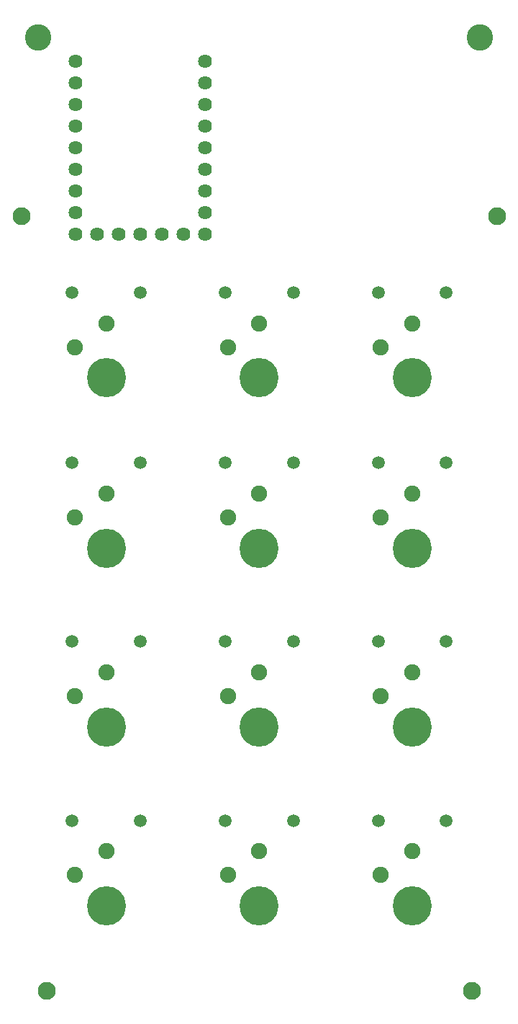
<source format=gts>
G04 Layer: TopSolderMaskLayer*
G04 EasyEDA v6.5.51, 2025-09-01 10:00:17*
G04 d25c321112d94009bea4b7554ae9d0e3,3c8b1c4139ec4bbbaae9228842dbec63,10*
G04 Gerber Generator version 0.2*
G04 Scale: 100 percent, Rotated: No, Reflected: No *
G04 Dimensions in millimeters *
G04 leading zeros omitted , absolute positions ,4 integer and 5 decimal *
%FSLAX45Y45*%
%MOMM*%

%ADD10C,1.6256*%
%ADD11C,1.5000*%
%ADD12C,1.9016*%
%ADD13C,4.6016*%
%ADD14C,3.1016*%
%ADD15C,2.1016*%
%ADD16C,0.0113*%

%LPD*%
D10*
G01*
X837996Y-684021D03*
G01*
X837996Y-938021D03*
G01*
X837996Y-1192021D03*
G01*
X837996Y-1446021D03*
G01*
X837996Y-1700021D03*
G01*
X837996Y-1954021D03*
G01*
X837996Y-2208021D03*
G01*
X837996Y-2462021D03*
G01*
X837996Y-2716021D03*
G01*
X1091996Y-2716021D03*
G01*
X2361996Y-938021D03*
G01*
X2107996Y-2716021D03*
G01*
X2361996Y-2716021D03*
G01*
X2361996Y-2462021D03*
G01*
X2361996Y-2208021D03*
G01*
X2361996Y-1954021D03*
G01*
X2361996Y-1700021D03*
G01*
X2361996Y-1446021D03*
G01*
X2361996Y-1192021D03*
G01*
X2361996Y-684021D03*
G01*
X1345996Y-2716021D03*
G01*
X1853996Y-2716021D03*
G01*
X1599996Y-2716021D03*
D11*
G01*
X1599996Y-3399993D03*
G01*
X799998Y-3399993D03*
G01*
X3399993Y-3399993D03*
G01*
X2599994Y-3399993D03*
D12*
G01*
X1199997Y-3759987D03*
G01*
X829995Y-4039996D03*
D13*
G01*
X1199997Y-4399991D03*
D12*
G01*
X4799990Y-3759987D03*
G01*
X4429988Y-4039996D03*
D13*
G01*
X4799990Y-4399991D03*
D11*
G01*
X5199989Y-3399993D03*
G01*
X4399991Y-3399993D03*
D12*
G01*
X2999892Y-3760012D03*
G01*
X2629890Y-4040022D03*
D13*
G01*
X2999892Y-4400016D03*
D12*
G01*
X1199794Y-9959975D03*
G01*
X829792Y-10239984D03*
D13*
G01*
X1199794Y-10599978D03*
D12*
G01*
X2999892Y-9959975D03*
G01*
X2629890Y-10239984D03*
D13*
G01*
X2999892Y-10599978D03*
D12*
G01*
X4799990Y-9959975D03*
G01*
X4429988Y-10239984D03*
D13*
G01*
X4799990Y-10599978D03*
D12*
G01*
X1199794Y-7859903D03*
G01*
X829792Y-8139912D03*
D13*
G01*
X1199794Y-8499906D03*
D12*
G01*
X2999892Y-7859903D03*
G01*
X2629890Y-8139912D03*
D13*
G01*
X2999892Y-8499906D03*
D12*
G01*
X4799990Y-7859903D03*
G01*
X4429988Y-8139912D03*
D13*
G01*
X4799990Y-8499906D03*
D12*
G01*
X1199794Y-5760085D03*
G01*
X829792Y-6040094D03*
D13*
G01*
X1199794Y-6400088D03*
D12*
G01*
X2999892Y-5760085D03*
G01*
X2629890Y-6040094D03*
D13*
G01*
X2999892Y-6400088D03*
D12*
G01*
X4799990Y-5760085D03*
G01*
X4429988Y-6040094D03*
D13*
G01*
X4799990Y-6400088D03*
D11*
G01*
X1599895Y-9600006D03*
G01*
X799896Y-9600006D03*
G01*
X3399891Y-9600006D03*
G01*
X2599893Y-9600006D03*
G01*
X5199888Y-9600006D03*
G01*
X4399889Y-9600006D03*
G01*
X1599895Y-7500010D03*
G01*
X799896Y-7500010D03*
G01*
X3399891Y-7500010D03*
G01*
X2599893Y-7500010D03*
G01*
X5199888Y-7500010D03*
G01*
X4399889Y-7500010D03*
G01*
X1599793Y-5400039D03*
G01*
X799795Y-5400039D03*
G01*
X3399790Y-5400039D03*
G01*
X2599791Y-5400039D03*
G01*
X5199786Y-5400039D03*
G01*
X4399788Y-5400039D03*
D14*
G01*
X399999Y-399999D03*
G01*
X5599988Y-399999D03*
D15*
G01*
X5499887Y-11600002D03*
G01*
X499897Y-11600002D03*
G01*
X5799988Y-2499995D03*
G01*
X199999Y-2499995D03*
M02*

</source>
